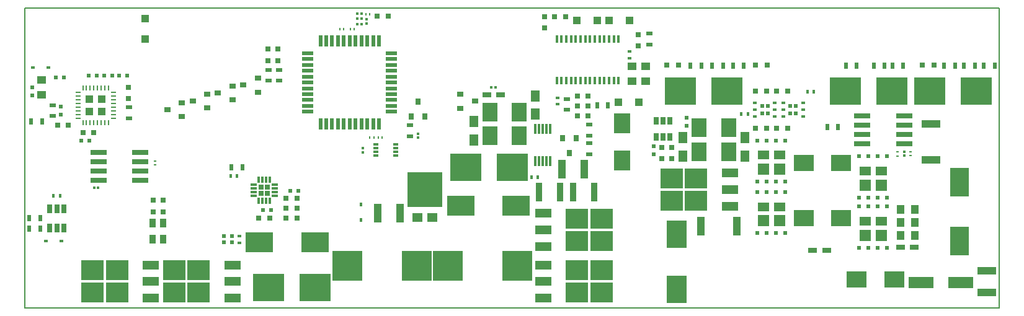
<source format=gbr>
G04 #@! TF.FileFunction,Paste,Top*
%FSLAX46Y46*%
G04 Gerber Fmt 4.6, Leading zero omitted, Abs format (unit mm)*
G04 Created by KiCad (PCBNEW 4.0.7) date 06/14/18 22:28:00*
%MOMM*%
%LPD*%
G01*
G04 APERTURE LIST*
%ADD10C,0.100000*%
%ADD11C,0.150000*%
%ADD12R,0.600000X0.500000*%
%ADD13R,0.500000X0.600000*%
%ADD14R,0.900000X0.500000*%
%ADD15R,0.750000X0.800000*%
%ADD16R,0.800000X0.750000*%
%ADD17R,1.250000X1.000000*%
%ADD18R,0.500000X0.900000*%
%ADD19R,0.700000X0.250000*%
%ADD20R,0.250000X0.700000*%
%ADD21R,1.035000X1.035000*%
%ADD22R,4.100000X4.100000*%
%ADD23R,0.300000X0.350000*%
%ADD24R,0.350000X0.300000*%
%ADD25R,3.750000X2.700000*%
%ADD26R,2.700000X3.750000*%
%ADD27R,3.500000X1.600000*%
%ADD28R,2.500000X1.000000*%
%ADD29R,2.500000X4.000000*%
%ADD30R,1.000000X1.250000*%
%ADD31R,0.800000X0.800000*%
%ADD32R,1.100000X1.100000*%
%ADD33R,0.900000X0.800000*%
%ADD34R,1.400000X1.270000*%
%ADD35R,4.720000X4.800000*%
%ADD36R,4.241800X3.810000*%
%ADD37R,0.300000X1.450000*%
%ADD38R,0.280000X0.430000*%
%ADD39R,0.900000X2.500000*%
%ADD40R,2.200000X2.700000*%
%ADD41R,2.700000X2.200000*%
%ADD42R,0.630000X0.450000*%
%ADD43R,0.480000X0.630000*%
%ADD44R,1.570000X1.235000*%
%ADD45R,1.570000X1.585000*%
%ADD46R,0.490000X0.490000*%
%ADD47R,0.800000X0.900000*%
%ADD48R,2.200000X1.200000*%
%ADD49R,3.050000X2.750000*%
%ADD50R,0.430000X0.280000*%
%ADD51R,0.400000X0.600000*%
%ADD52R,0.600000X0.400000*%
%ADD53R,1.000000X2.500000*%
%ADD54R,2.199640X0.797560*%
%ADD55R,0.550000X1.500000*%
%ADD56R,1.500000X0.550000*%
%ADD57R,0.650000X1.220000*%
%ADD58R,0.813000X0.305000*%
%ADD59R,0.305000X0.813000*%
%ADD60R,0.700000X0.700000*%
%ADD61R,0.650000X1.060000*%
%ADD62R,0.400000X1.100000*%
%ADD63R,0.749300X0.299720*%
%ADD64R,0.600000X0.450000*%
%ADD65R,0.450000X0.600000*%
%ADD66R,0.900000X1.200000*%
%ADD67R,1.250000X1.500000*%
%ADD68R,1.200000X0.750000*%
%ADD69R,2.000000X2.500000*%
G04 APERTURE END LIST*
D10*
D11*
X25000000Y-164000000D02*
X25000000Y-123000000D01*
X158000000Y-164000000D02*
X25000000Y-164000000D01*
X158000000Y-123000000D02*
X158000000Y-164000000D01*
X25000000Y-123000000D02*
X158000000Y-123000000D01*
D12*
X35790000Y-132250000D03*
X36890000Y-132250000D03*
D13*
X29920000Y-137570000D03*
X29920000Y-136470000D03*
D12*
X30310000Y-132540000D03*
X29210000Y-132540000D03*
X33740000Y-132250000D03*
X34840000Y-132250000D03*
X37840000Y-132250000D03*
X38940000Y-132250000D03*
X32710000Y-141110000D03*
X33810000Y-141110000D03*
D14*
X28770000Y-137790000D03*
X28770000Y-136290000D03*
D15*
X39150000Y-133870000D03*
X39150000Y-135370000D03*
D16*
X29440000Y-139000000D03*
X30940000Y-139000000D03*
D17*
X27310000Y-134880000D03*
X27310000Y-132880000D03*
D18*
X27330000Y-138540000D03*
X25830000Y-138540000D03*
D14*
X39200000Y-136570000D03*
X39200000Y-138070000D03*
D19*
X32250000Y-134560000D03*
X32250000Y-135060000D03*
X32250000Y-135560000D03*
X32250000Y-136060000D03*
X32250000Y-136560000D03*
X32250000Y-137060000D03*
X32250000Y-137560000D03*
X32250000Y-138060000D03*
D20*
X32900000Y-138710000D03*
X33400000Y-138710000D03*
X33900000Y-138710000D03*
X34400000Y-138710000D03*
X34900000Y-138710000D03*
X35400000Y-138710000D03*
X35900000Y-138710000D03*
X36400000Y-138710000D03*
D19*
X37050000Y-138060000D03*
X37050000Y-137560000D03*
X37050000Y-137060000D03*
X37050000Y-136560000D03*
X37050000Y-136060000D03*
X37050000Y-135560000D03*
X37050000Y-135060000D03*
X37050000Y-134560000D03*
D20*
X36400000Y-133910000D03*
X35900000Y-133910000D03*
X35400000Y-133910000D03*
X34900000Y-133910000D03*
X34400000Y-133910000D03*
X33900000Y-133910000D03*
X33400000Y-133910000D03*
X32900000Y-133910000D03*
D21*
X35512500Y-137172500D03*
X35512500Y-135447500D03*
X33787500Y-137172500D03*
X33787500Y-135447500D03*
D22*
X78500000Y-158250000D03*
X69000000Y-158250000D03*
D23*
X35010000Y-147590000D03*
X34450000Y-147590000D03*
D24*
X145040000Y-142640000D03*
X145040000Y-143200000D03*
D23*
X70920000Y-123790000D03*
X70360000Y-123790000D03*
X70920000Y-124490000D03*
X70360000Y-124490000D03*
X70920000Y-125190000D03*
X70360000Y-125190000D03*
D16*
X73080000Y-124120000D03*
X74580000Y-124120000D03*
D24*
X71600000Y-125110000D03*
X71600000Y-124550000D03*
X71090000Y-142180000D03*
X71090000Y-142740000D03*
X78670000Y-140750000D03*
X78670000Y-140190000D03*
D16*
X62130000Y-150410000D03*
X60630000Y-150410000D03*
D12*
X61230000Y-147960000D03*
X62330000Y-147960000D03*
D16*
X62130000Y-149060000D03*
X60630000Y-149060000D03*
X62130000Y-151760000D03*
X60630000Y-151760000D03*
D12*
X57520000Y-150650000D03*
X58620000Y-150650000D03*
D16*
X58430000Y-151750000D03*
X56930000Y-151750000D03*
D25*
X64575000Y-155000000D03*
X57025000Y-155000000D03*
D12*
X52190000Y-155050000D03*
X53290000Y-155050000D03*
X52190000Y-154200000D03*
X53290000Y-154200000D03*
D26*
X114000000Y-161465000D03*
X114000000Y-153915000D03*
D25*
X84515000Y-150050000D03*
X92065000Y-150050000D03*
D23*
X88670000Y-133890000D03*
X89230000Y-133890000D03*
D15*
X113250000Y-142100000D03*
X113250000Y-143600000D03*
X111900000Y-142100000D03*
X111900000Y-143600000D03*
D13*
X110800000Y-143000000D03*
X110800000Y-141900000D03*
X115290000Y-137980000D03*
X115290000Y-139080000D03*
D16*
X127610000Y-139470000D03*
X129110000Y-139470000D03*
X126250000Y-134370000D03*
X124750000Y-134370000D03*
X127600000Y-134370000D03*
X129100000Y-134370000D03*
X126260000Y-139470000D03*
X124760000Y-139470000D03*
X98820000Y-124250000D03*
X97320000Y-124250000D03*
D15*
X95970000Y-124250000D03*
X95970000Y-125750000D03*
D27*
X147350000Y-160500000D03*
X152750000Y-160500000D03*
D17*
X109740000Y-133010000D03*
X109740000Y-131010000D03*
X107910000Y-133010000D03*
X107910000Y-131010000D03*
D16*
X100390000Y-136390000D03*
X101890000Y-136390000D03*
D28*
X156310000Y-161890000D03*
X156310000Y-158890000D03*
D29*
X152590000Y-146820000D03*
X152590000Y-154820000D03*
D30*
X144490000Y-154130000D03*
X146490000Y-154130000D03*
X144490000Y-152330000D03*
X146490000Y-152330000D03*
X144490000Y-150530000D03*
X146490000Y-150530000D03*
D16*
X100380000Y-135030000D03*
X101880000Y-135030000D03*
X100390000Y-137750000D03*
X101890000Y-137750000D03*
D15*
X108700000Y-128150000D03*
X108700000Y-126650000D03*
D31*
X59540000Y-130250000D03*
X59540000Y-128650000D03*
D32*
X41400000Y-127300000D03*
X41400000Y-124500000D03*
D33*
X46430000Y-137840000D03*
X46430000Y-135940000D03*
X44430000Y-136890000D03*
X49890000Y-136690000D03*
X49890000Y-134790000D03*
X47890000Y-135740000D03*
X53340000Y-135590000D03*
X53340000Y-133690000D03*
X51340000Y-134640000D03*
X56790000Y-134500000D03*
X56790000Y-132600000D03*
X54790000Y-133550000D03*
D34*
X80620000Y-151660000D03*
D35*
X79580000Y-147860000D03*
D34*
X78540000Y-151660000D03*
D31*
X114240000Y-130850000D03*
X112640000Y-130850000D03*
X58190000Y-130250000D03*
X58190000Y-128650000D03*
X149090000Y-130850000D03*
X147490000Y-130850000D03*
X126320000Y-130850000D03*
X124720000Y-130850000D03*
D32*
X100320000Y-124750000D03*
X103120000Y-124750000D03*
X107560000Y-124750000D03*
X104760000Y-124750000D03*
X105970000Y-135890000D03*
X108770000Y-135890000D03*
D36*
X58272300Y-161210000D03*
X64647700Y-161210000D03*
X120817700Y-134340000D03*
X114442300Y-134340000D03*
X148492300Y-134330000D03*
X154867700Y-134330000D03*
X136992300Y-134330000D03*
X143367700Y-134330000D03*
D37*
X96670000Y-139530000D03*
X96170000Y-139530000D03*
X95670000Y-139530000D03*
X95170000Y-139530000D03*
X94670000Y-139530000D03*
X94670000Y-143930000D03*
X95170000Y-143930000D03*
X95670000Y-143930000D03*
X96170000Y-143930000D03*
X96670000Y-143930000D03*
D38*
X71560000Y-123840000D03*
X72080000Y-123840000D03*
D39*
X102690000Y-148200000D03*
X99790000Y-148200000D03*
D22*
X92240000Y-158250000D03*
X82740000Y-158250000D03*
D39*
X95140000Y-148200000D03*
X98040000Y-148200000D03*
D40*
X106500000Y-143850000D03*
X106500000Y-138750000D03*
D41*
X136400000Y-144150000D03*
X131300000Y-144150000D03*
X136400000Y-151700000D03*
X131300000Y-151700000D03*
X143650000Y-160150000D03*
X138550000Y-160150000D03*
D42*
X131200000Y-137870000D03*
X131200000Y-136920000D03*
X131200000Y-135970000D03*
X128520000Y-135970000D03*
X128520000Y-136920000D03*
X128520000Y-137870000D03*
D43*
X129460000Y-136395000D03*
X129460000Y-137445000D03*
X130260000Y-136395000D03*
X130260000Y-137445000D03*
D42*
X127350000Y-137870000D03*
X127350000Y-136920000D03*
X127350000Y-135970000D03*
X124670000Y-135970000D03*
X124670000Y-136920000D03*
X124670000Y-137870000D03*
D43*
X125610000Y-136395000D03*
X125610000Y-137445000D03*
X126410000Y-136395000D03*
X126410000Y-137445000D03*
D44*
X127995000Y-150162500D03*
X125805000Y-150162500D03*
D45*
X127995000Y-152072500D03*
X125805000Y-152072500D03*
D46*
X126265000Y-148160000D03*
X127535000Y-148160000D03*
X128805000Y-148160000D03*
X124995000Y-148160000D03*
X124995000Y-153760000D03*
X128805000Y-153760000D03*
X127535000Y-153760000D03*
X126265000Y-153760000D03*
D44*
X127995000Y-143112500D03*
X125805000Y-143112500D03*
D45*
X127995000Y-145022500D03*
X125805000Y-145022500D03*
D46*
X126265000Y-141110000D03*
X127535000Y-141110000D03*
X128805000Y-141110000D03*
X124995000Y-141110000D03*
X124995000Y-146710000D03*
X128805000Y-146710000D03*
X127535000Y-146710000D03*
X126265000Y-146710000D03*
D44*
X141885000Y-152152500D03*
X139695000Y-152152500D03*
D45*
X141885000Y-154062500D03*
X139695000Y-154062500D03*
D46*
X140155000Y-150150000D03*
X141425000Y-150150000D03*
X142695000Y-150150000D03*
X138885000Y-150150000D03*
X138885000Y-155750000D03*
X142695000Y-155750000D03*
X141425000Y-155750000D03*
X140155000Y-155750000D03*
D44*
X141885000Y-145302500D03*
X139695000Y-145302500D03*
D45*
X141885000Y-147212500D03*
X139695000Y-147212500D03*
D46*
X140155000Y-143300000D03*
X141425000Y-143300000D03*
X142695000Y-143300000D03*
X138885000Y-143300000D03*
X138885000Y-148900000D03*
X142695000Y-148900000D03*
X141425000Y-148900000D03*
X140155000Y-148900000D03*
D47*
X77690000Y-137800000D03*
X79590000Y-137800000D03*
X78640000Y-135800000D03*
D48*
X53340000Y-162680000D03*
X53340000Y-160400000D03*
X53340000Y-158120000D03*
D49*
X45365000Y-158875000D03*
X48715000Y-161925000D03*
X45365000Y-161925000D03*
X48715000Y-158875000D03*
D48*
X42190000Y-162680000D03*
X42190000Y-160400000D03*
X42190000Y-158120000D03*
D49*
X34215000Y-158875000D03*
X37565000Y-161925000D03*
X34215000Y-161925000D03*
X37565000Y-158875000D03*
D47*
X100270000Y-140800000D03*
X98370000Y-140800000D03*
X99320000Y-142800000D03*
D48*
X95740000Y-151070000D03*
X95740000Y-153350000D03*
X95740000Y-155630000D03*
D49*
X103715000Y-154875000D03*
X100365000Y-151825000D03*
X103715000Y-151825000D03*
X100365000Y-154875000D03*
D48*
X95740000Y-158120000D03*
X95740000Y-160400000D03*
X95740000Y-162680000D03*
D49*
X103715000Y-161925000D03*
X100365000Y-158875000D03*
X103715000Y-158875000D03*
X100365000Y-161925000D03*
D48*
X121240000Y-150080000D03*
X121240000Y-147800000D03*
X121240000Y-145520000D03*
D49*
X113265000Y-146275000D03*
X116615000Y-149325000D03*
X113265000Y-149325000D03*
X116615000Y-146275000D03*
D50*
X145910000Y-142690000D03*
X145910000Y-143210000D03*
D14*
X59690000Y-132950000D03*
X59690000Y-131450000D03*
D50*
X42740000Y-144480000D03*
X42740000Y-143960000D03*
X144120000Y-143220000D03*
X144120000Y-142700000D03*
D38*
X69910000Y-125930000D03*
X69390000Y-125930000D03*
X67970000Y-125930000D03*
X68490000Y-125930000D03*
X72090000Y-140710000D03*
X72610000Y-140710000D03*
X73770000Y-140700000D03*
X73250000Y-140700000D03*
D14*
X77590000Y-140550000D03*
X77590000Y-139050000D03*
D18*
X25600000Y-153190000D03*
X27100000Y-153190000D03*
X27100000Y-151740000D03*
X25600000Y-151740000D03*
D51*
X28900000Y-148700000D03*
X29800000Y-148700000D03*
X53050000Y-146010000D03*
X53950000Y-146010000D03*
D52*
X54240000Y-155100000D03*
X54240000Y-154200000D03*
D51*
X94120000Y-146100000D03*
X95020000Y-146100000D03*
D18*
X54700000Y-144810000D03*
X53200000Y-144810000D03*
D53*
X117290000Y-152850000D03*
X122190000Y-152850000D03*
D51*
X123680000Y-137540000D03*
X122780000Y-137540000D03*
D28*
X148690000Y-143770000D03*
X148690000Y-138870000D03*
D51*
X131820000Y-134460000D03*
X132720000Y-134460000D03*
D18*
X121650000Y-130900000D03*
X123150000Y-130900000D03*
X118820000Y-130900000D03*
X120320000Y-130900000D03*
X157400000Y-130900000D03*
X155900000Y-130900000D03*
X154690000Y-130900000D03*
X153190000Y-130900000D03*
X144900000Y-130900000D03*
X143400000Y-130900000D03*
X142350000Y-130900000D03*
X140850000Y-130900000D03*
D14*
X58240000Y-132950000D03*
X58240000Y-131450000D03*
D18*
X117340000Y-130900000D03*
X115840000Y-130900000D03*
X151950000Y-130900000D03*
X150450000Y-130900000D03*
X138540000Y-130900000D03*
X137040000Y-130900000D03*
D52*
X107490000Y-129850000D03*
X107490000Y-128950000D03*
D18*
X104610000Y-136340000D03*
X103110000Y-136340000D03*
D14*
X102000000Y-143000000D03*
X102000000Y-141500000D03*
X102000000Y-138950000D03*
X102000000Y-140450000D03*
X98960000Y-135440000D03*
X98960000Y-136940000D03*
X110200000Y-126500000D03*
X110200000Y-128000000D03*
D52*
X97750000Y-135290000D03*
X97750000Y-136190000D03*
D54*
X40767660Y-146582460D03*
X40767660Y-145312460D03*
X40767660Y-144047540D03*
X40767660Y-142777540D03*
X35032340Y-142777540D03*
X35032340Y-144047540D03*
X35032340Y-145312460D03*
X35032340Y-146582460D03*
X145057660Y-141582460D03*
X145057660Y-140312460D03*
X145057660Y-139047540D03*
X145057660Y-137777540D03*
X139322340Y-137777540D03*
X139322340Y-139047540D03*
X139322340Y-140312460D03*
X139322340Y-141582460D03*
D55*
X65330000Y-138890000D03*
X66130000Y-138890000D03*
X66930000Y-138890000D03*
X67730000Y-138890000D03*
X68530000Y-138890000D03*
X69330000Y-138890000D03*
X70130000Y-138890000D03*
X70930000Y-138890000D03*
X71730000Y-138890000D03*
X72530000Y-138890000D03*
X73330000Y-138890000D03*
D56*
X75030000Y-137190000D03*
X75030000Y-136390000D03*
X75030000Y-135590000D03*
X75030000Y-134790000D03*
X75030000Y-133990000D03*
X75030000Y-133190000D03*
X75030000Y-132390000D03*
X75030000Y-131590000D03*
X75030000Y-130790000D03*
X75030000Y-129990000D03*
X75030000Y-129190000D03*
D55*
X73330000Y-127490000D03*
X72530000Y-127490000D03*
X71730000Y-127490000D03*
X70930000Y-127490000D03*
X70130000Y-127490000D03*
X69330000Y-127490000D03*
X68530000Y-127490000D03*
X67730000Y-127490000D03*
X66930000Y-127490000D03*
X66130000Y-127490000D03*
X65330000Y-127490000D03*
D56*
X63630000Y-129190000D03*
X63630000Y-129990000D03*
X63630000Y-130790000D03*
X63630000Y-131590000D03*
X63630000Y-132390000D03*
X63630000Y-133190000D03*
X63630000Y-133990000D03*
X63630000Y-134790000D03*
X63630000Y-135590000D03*
X63630000Y-136390000D03*
X63630000Y-137190000D03*
D57*
X28400000Y-153040000D03*
X29350000Y-153040000D03*
X30300000Y-153040000D03*
X30300000Y-150420000D03*
X29350000Y-150420000D03*
X28400000Y-150420000D03*
D58*
X56202000Y-147160000D03*
X56202000Y-147660000D03*
X56202000Y-148160000D03*
X56202000Y-148660000D03*
D59*
X56900000Y-149358000D03*
X57400000Y-149358000D03*
X57900000Y-149358000D03*
X58400000Y-149358000D03*
D58*
X59098000Y-148660000D03*
X59098000Y-148160000D03*
X59098000Y-147660000D03*
X59098000Y-147160000D03*
D59*
X58400000Y-146462000D03*
X57900000Y-146462000D03*
X57400000Y-146462000D03*
X56900000Y-146462000D03*
D60*
X58100000Y-148360000D03*
X58100000Y-147460000D03*
X57200000Y-148360000D03*
X57200000Y-147460000D03*
D33*
X84420000Y-134810000D03*
X84420000Y-136710000D03*
X86420000Y-135760000D03*
D61*
X113050000Y-138400000D03*
X112100000Y-138400000D03*
X111150000Y-138400000D03*
X111150000Y-140600000D03*
X113050000Y-140600000D03*
X112100000Y-140600000D03*
D62*
X97595000Y-132960000D03*
X98245000Y-132960000D03*
X98895000Y-132960000D03*
X99545000Y-132960000D03*
X100195000Y-132960000D03*
X100845000Y-132960000D03*
X101495000Y-132960000D03*
X102145000Y-132960000D03*
X102795000Y-132960000D03*
X103445000Y-132960000D03*
X104095000Y-132960000D03*
X104745000Y-132960000D03*
X105395000Y-132960000D03*
X106045000Y-132960000D03*
X106045000Y-127260000D03*
X105395000Y-127260000D03*
X104745000Y-127260000D03*
X104095000Y-127260000D03*
X103445000Y-127260000D03*
X102795000Y-127260000D03*
X102145000Y-127260000D03*
X101495000Y-127260000D03*
X100845000Y-127260000D03*
X100195000Y-127260000D03*
X99545000Y-127260000D03*
X98895000Y-127260000D03*
X98245000Y-127260000D03*
X97595000Y-127260000D03*
D63*
X72875860Y-141650700D03*
X72875860Y-142151080D03*
X72875860Y-142648920D03*
X72875860Y-143149300D03*
X75624140Y-143149300D03*
X75624140Y-142648920D03*
X75624140Y-142151080D03*
X75624140Y-141650700D03*
D36*
X85142300Y-144800000D03*
X91517700Y-144800000D03*
D64*
X28210000Y-131150000D03*
X26110000Y-131150000D03*
X27850000Y-154900000D03*
X29950000Y-154900000D03*
D65*
X70880000Y-149900000D03*
X70880000Y-152000000D03*
D31*
X42540000Y-150840000D03*
X42540000Y-149240000D03*
X43890000Y-150850000D03*
X43890000Y-149250000D03*
D66*
X42390000Y-154590000D03*
X42390000Y-152390000D03*
X43840000Y-154600000D03*
X43840000Y-152400000D03*
D53*
X73170000Y-151050000D03*
X76170000Y-151050000D03*
X101320000Y-145050000D03*
X98320000Y-145050000D03*
D67*
X94700000Y-137530000D03*
X94700000Y-135030000D03*
X86250000Y-141060000D03*
X86250000Y-138560000D03*
X123280000Y-143260000D03*
X123280000Y-140760000D03*
X114830000Y-143250000D03*
X114830000Y-140750000D03*
D68*
X146390000Y-155700000D03*
X144490000Y-155700000D03*
X132520000Y-156130000D03*
X134420000Y-156130000D03*
X88020000Y-134910000D03*
X89920000Y-134910000D03*
D69*
X117050000Y-142650000D03*
X121050000Y-142650000D03*
X88470000Y-137210000D03*
X92470000Y-137210000D03*
X92470000Y-140460000D03*
X88470000Y-140460000D03*
X117050000Y-139400000D03*
X121050000Y-139400000D03*
D13*
X25980000Y-134950000D03*
X25980000Y-133850000D03*
D18*
X136010000Y-139240000D03*
X134510000Y-139240000D03*
D16*
X34410000Y-140010000D03*
X32910000Y-140010000D03*
M02*

</source>
